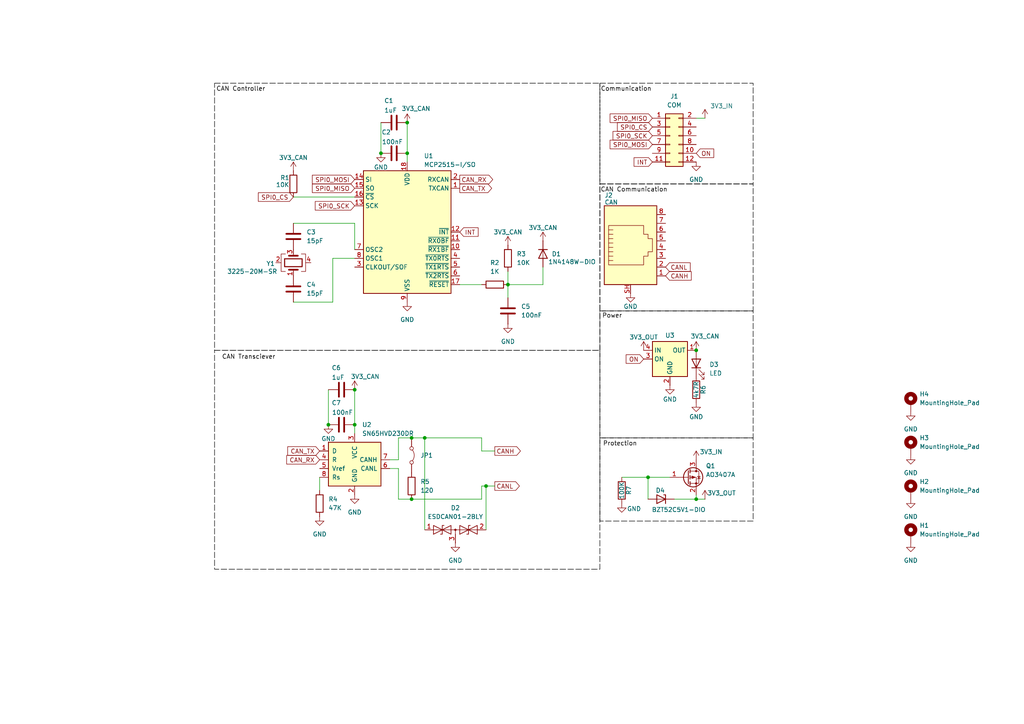
<source format=kicad_sch>
(kicad_sch (version 20250114) (generator "eeschema") (generator_version "9.0")
  (paper "A4")
  (title_block (title "CAN_Board") (date "2025-10-26") (rev "1.0") (company "PKl"))
  (lib_symbols
    (symbol "Connector:8P8C_Shielded" (pin_names (offset 1.016))
      (property "Reference" "J" (at -5.08 13.97 0))
      (property "Value" "8P8C_Shielded" (at 2.54 13.97 0))
      (symbol "8P8C_Shielded_0_1"
        (polyline (pts (xy -6.35 1.905) (xy -5.08 1.905) (xy -5.08 1.905)))
        (polyline (pts (xy -6.35 0.635) (xy -5.08 0.635) (xy -5.08 0.635)))
        (polyline (pts (xy -6.35 -0.635) (xy -5.08 -0.635) (xy -5.08 -0.635)))
        (polyline (pts (xy -6.35 -1.905) (xy -5.08 -1.905) (xy -5.08 -1.905)))
        (polyline (pts (xy -6.35 -3.175) (xy -5.08 -3.175) (xy -5.08 -3.175)))
        (polyline (pts (xy -6.35 -4.445) (xy -6.35 6.985) (xy 3.81 6.985) (xy 3.81 4.445) (xy 5.08 4.445) (xy 5.08 3.175) (xy 6.35 3.175) (xy 6.35 -0.635) (xy 5.08 -0.635) (xy 5.08 -1.905) (xy 3.81 -1.905) (xy 3.81 -4.445) (xy -6.35 -4.445) (xy -6.35 -4.445)))
        (polyline (pts (xy -5.08 5.715) (xy -6.35 5.715)))
        (polyline (pts (xy -5.08 4.445) (xy -6.35 4.445)))
        (polyline (pts (xy -5.08 3.175) (xy -6.35 3.175) (xy -6.35 3.175)))
        (rectangle (start 7.62 12.7) (end -7.62 -10.16) (stroke (width 0.254)) (fill (type background)))
      )
      (symbol "8P8C_Shielded_1_1"
        (pin passive line (at 0 -12.7 90) (length 2.54) (name "~") (number "SH"))
        (pin passive line (at 10.16 10.16 180) (length 2.54) (name "~") (number "8"))
        (pin passive line (at 10.16 7.62 180) (length 2.54) (name "~") (number "7"))
        (pin passive line (at 10.16 5.08 180) (length 2.54) (name "~") (number "6"))
        (pin passive line (at 10.16 2.54 180) (length 2.54) (name "~") (number "5"))
        (pin passive line (at 10.16 0 180) (length 2.54) (name "~") (number "4"))
        (pin passive line (at 10.16 -2.54 180) (length 2.54) (name "~") (number "3"))
        (pin passive line (at 10.16 -5.08 180) (length 2.54) (name "~") (number "2"))
        (pin passive line (at 10.16 -7.62 180) (length 2.54) (name "~") (number "1"))
      )
    )
    (symbol "Connector_Generic:Conn_02x06_Odd_Even" (pin_names (offset 1.016) (hide yes))
      (property "Reference" "J" (at 1.27 7.62 0))
      (property "Value" "Conn_02x06_Odd_Even" (at 1.27 -10.16 0))
      (symbol "Conn_02x06_Odd_Even_1_1"
        (rectangle (start -1.27 6.35) (end 3.81 -8.89) (stroke (width 0.254)) (fill (type background)))
        (rectangle (start -1.27 5.207) (end 0 4.953) (stroke (width 0.1524)))
        (rectangle (start -1.27 2.667) (end 0 2.413) (stroke (width 0.1524)))
        (rectangle (start -1.27 0.127) (end 0 -0.127) (stroke (width 0.1524)))
        (rectangle (start -1.27 -2.413) (end 0 -2.667) (stroke (width 0.1524)))
        (rectangle (start -1.27 -4.953) (end 0 -5.207) (stroke (width 0.1524)))
        (rectangle (start -1.27 -7.493) (end 0 -7.747) (stroke (width 0.1524)))
        (rectangle (start 3.81 5.207) (end 2.54 4.953) (stroke (width 0.1524)))
        (rectangle (start 3.81 2.667) (end 2.54 2.413) (stroke (width 0.1524)))
        (rectangle (start 3.81 0.127) (end 2.54 -0.127) (stroke (width 0.1524)))
        (rectangle (start 3.81 -2.413) (end 2.54 -2.667) (stroke (width 0.1524)))
        (rectangle (start 3.81 -4.953) (end 2.54 -5.207) (stroke (width 0.1524)))
        (rectangle (start 3.81 -7.493) (end 2.54 -7.747) (stroke (width 0.1524)))
        (pin passive line (at -5.08 5.08 0) (length 3.81) (name "Pin_1") (number "1"))
        (pin passive line (at -5.08 2.54 0) (length 3.81) (name "Pin_3") (number "3"))
        (pin passive line (at -5.08 0 0) (length 3.81) (name "Pin_5") (number "5"))
        (pin passive line (at -5.08 -2.54 0) (length 3.81) (name "Pin_7") (number "7"))
        (pin passive line (at -5.08 -5.08 0) (length 3.81) (name "Pin_9") (number "9"))
        (pin passive line (at -5.08 -7.62 0) (length 3.81) (name "Pin_11") (number "11"))
        (pin passive line (at 7.62 5.08 180) (length 3.81) (name "Pin_2") (number "2"))
        (pin passive line (at 7.62 2.54 180) (length 3.81) (name "Pin_4") (number "4"))
        (pin passive line (at 7.62 0 180) (length 3.81) (name "Pin_6") (number "6"))
        (pin passive line (at 7.62 -2.54 180) (length 3.81) (name "Pin_8") (number "8"))
        (pin passive line (at 7.62 -5.08 180) (length 3.81) (name "Pin_10") (number "10"))
        (pin passive line (at 7.62 -7.62 180) (length 3.81) (name "Pin_12") (number "12"))
      )
    )
    (symbol "Device:C" (pin_numbers (hide yes)) (pin_names (offset 0.254))
      (property "Reference" "C" (at 0.635 2.54 0))
      (property "Value" "C" (at 0.635 -2.54 0))
      (symbol "C_0_1"
        (polyline (pts (xy -2.032 0.762) (xy 2.032 0.762)) (stroke (width 0.508)))
        (polyline (pts (xy -2.032 -0.762) (xy 2.032 -0.762)) (stroke (width 0.508)))
      )
      (symbol "C_1_1"
        (pin passive line (at 0 3.81 270) (length 2.794) (name "~") (number "1"))
        (pin passive line (at 0 -3.81 90) (length 2.794) (name "~") (number "2"))
      )
    )
    (symbol "Device:Crystal_GND24" (pin_names (offset 1.016) (hide yes))
      (property "Reference" "Y" (at 3.175 5.08 0))
      (property "Value" "Crystal_GND24" (at 3.175 3.175 0))
      (symbol "Crystal_GND24_0_1"
        (polyline (pts (xy -2.54 2.286) (xy -2.54 3.556) (xy 2.54 3.556) (xy 2.54 2.286)))
        (polyline (pts (xy -2.54 0) (xy -2.032 0)))
        (polyline (pts (xy -2.54 -2.286) (xy -2.54 -3.556) (xy 2.54 -3.556) (xy 2.54 -2.286)))
        (polyline (pts (xy -2.032 -1.27) (xy -2.032 1.27)) (stroke (width 0.508)))
        (rectangle (start -1.143 2.54) (end 1.143 -2.54) (stroke (width 0.3048)))
        (polyline (pts (xy 0 3.556) (xy 0 3.81)))
        (polyline (pts (xy 0 -3.81) (xy 0 -3.556)))
        (polyline (pts (xy 2.032 0) (xy 2.54 0)))
        (polyline (pts (xy 2.032 -1.27) (xy 2.032 1.27)) (stroke (width 0.508)))
      )
      (symbol "Crystal_GND24_1_1"
        (pin passive line (at -3.81 0 0) (length 1.27) (name "1") (number "1"))
        (pin passive line (at 0 5.08 270) (length 1.27) (name "2") (number "2"))
        (pin passive line (at 0 -5.08 90) (length 1.27) (name "4") (number "4"))
        (pin passive line (at 3.81 0 180) (length 1.27) (name "3") (number "3"))
      )
    )
    (symbol "Device:LED" (pin_numbers (hide yes)) (pin_names (offset 1.016) (hide yes))
      (property "Reference" "D" (at 0 2.54 0))
      (property "Value" "LED" (at 0 -2.54 0))
      (symbol "LED_0_1"
        (polyline (pts (xy -3.048 -0.762) (xy -4.572 -2.286) (xy -3.81 -2.286) (xy -4.572 -2.286) (xy -4.572 -1.524)))
        (polyline (pts (xy -1.778 -0.762) (xy -3.302 -2.286) (xy -2.54 -2.286) (xy -3.302 -2.286) (xy -3.302 -1.524)))
        (polyline (pts (xy -1.27 0) (xy 1.27 0)))
        (polyline (pts (xy -1.27 -1.27) (xy -1.27 1.27)) (stroke (width 0.254)))
        (polyline (pts (xy 1.27 -1.27) (xy 1.27 1.27) (xy -1.27 0) (xy 1.27 -1.27)) (stroke (width 0.254)))
      )
      (symbol "LED_1_1"
        (pin passive line (at -3.81 0 0) (length 2.54) (name "K") (number "1"))
        (pin passive line (at 3.81 0 180) (length 2.54) (name "A") (number "2"))
      )
    )
    (symbol "Device:R" (pin_numbers (hide yes)) (pin_names (offset 0))
      (property "Reference" "R" (at 2.032 0 90))
      (property "Value" "R" (at 0 0 90))
      (symbol "R_0_1"
        (rectangle (start -1.016 -2.54) (end 1.016 2.54) (stroke (width 0.254)))
      )
      (symbol "R_1_1"
        (pin passive line (at 0 3.81 270) (length 1.27) (name "~") (number "1"))
        (pin passive line (at 0 -3.81 90) (length 1.27) (name "~") (number "2"))
      )
    )
    (symbol "Diode:1N4148W" (pin_numbers (hide yes)) (pin_names (hide yes))
      (property "Reference" "D" (at 0 2.54 0))
      (property "Value" "1N4148W" (at 0 -2.54 0))
      (symbol "1N4148W_0_1"
        (polyline (pts (xy -1.27 1.27) (xy -1.27 -1.27)) (stroke (width 0.254)))
        (polyline (pts (xy 1.27 1.27) (xy 1.27 -1.27) (xy -1.27 0) (xy 1.27 1.27)) (stroke (width 0.254)))
        (polyline (pts (xy 1.27 0) (xy -1.27 0)))
      )
      (symbol "1N4148W_1_1"
        (pin passive line (at -3.81 0 0) (length 2.54) (name "K") (number "1"))
        (pin passive line (at 3.81 0 180) (length 2.54) (name "A") (number "2"))
      )
    )
    (symbol "Diode:BZT52Bxx" (pin_numbers (hide yes)) (pin_names (hide yes))
      (property "Reference" "D" (at 0 2.54 0))
      (property "Value" "BZT52Bxx" (at 0 -2.54 0))
      (symbol "BZT52Bxx_0_1"
        (polyline (pts (xy -1.27 -1.27) (xy -1.27 1.27) (xy -0.762 1.27)) (stroke (width 0.254)))
        (polyline (pts (xy 1.27 0) (xy -1.27 0)))
        (polyline (pts (xy 1.27 -1.27) (xy 1.27 1.27) (xy -1.27 0) (xy 1.27 -1.27)) (stroke (width 0.254)))
      )
      (symbol "BZT52Bxx_1_1"
        (pin passive line (at -3.81 0 0) (length 2.54) (name "K") (number "1"))
        (pin passive line (at 3.81 0 180) (length 2.54) (name "A") (number "2"))
      )
    )
    (symbol "Diode:SM712_SOT23" (pin_names (offset 1.016) (hide yes))
      (property "Reference" "D" (at 0 4.445 0))
      (property "Value" "SM712_SOT23" (at 0 2.54 0))
      (symbol "SM712_SOT23_0_0"
        (polyline (pts (xy 0 -1.27) (xy 0 0)))
      )
      (symbol "SM712_SOT23_0_1"
        (polyline (pts (xy -6.35 0) (xy 6.35 0)))
        (polyline (pts (xy -6.35 -1.27) (xy -1.27 1.27) (xy -1.27 -1.27) (xy -6.35 1.27) (xy -6.35 -1.27)) (stroke (width 0.2032)))
        (polyline (pts (xy -3.302 1.27) (xy -3.81 1.27) (xy -3.81 -1.27) (xy -4.318 -1.27)) (stroke (width 0.2032)))
        (circle (center 0 0) (radius 0.254) (fill (type outline)))
        (polyline (pts (xy 1.27 -1.27) (xy 1.27 1.27) (xy 6.35 -1.27) (xy 6.35 1.27) (xy 1.27 -1.27)) (stroke (width 0.2032)))
        (polyline (pts (xy 4.318 1.27) (xy 3.81 1.27) (xy 3.81 -1.27) (xy 3.302 -1.27)) (stroke (width 0.2032)))
      )
      (symbol "SM712_SOT23_1_1"
        (pin passive line (at -8.89 0 0) (length 2.54) (name "A1") (number "1"))
        (pin input line (at 0 -3.81 90) (length 2.54) (name "common") (number "3"))
        (pin passive line (at 8.89 0 180) (length 2.54) (name "A2") (number "2"))
      )
    )
    (symbol "Interface_CAN_LIN:MCP2515-xSO"
      (property "Reference" "U" (at -10.16 19.685 0))
      (property "Value" "MCP2515-xSO" (at 19.05 20.32 0))
      (symbol "MCP2515-xSO_0_1"
        (rectangle (start -12.7 17.78) (end 12.7 -17.78) (stroke (width 0.254)) (fill (type background)))
      )
      (symbol "MCP2515-xSO_1_1"
        (pin input line (at -15.24 15.24 0) (length 2.54) (name "SI") (number "14"))
        (pin output line (at -15.24 12.7 0) (length 2.54) (name "SO") (number "15"))
        (pin input line (at -15.24 10.16 0) (length 2.54) (name "~{CS}") (number "16"))
        (pin input line (at -15.24 7.62 0) (length 2.54) (name "SCK") (number "13"))
        (pin output line (at -15.24 -5.08 0) (length 2.54) (name "OSC2") (number "7"))
        (pin input line (at -15.24 -7.62 0) (length 2.54) (name "OSC1") (number "8"))
        (pin output line (at -15.24 -10.16 0) (length 2.54) (name "CLKOUT/SOF") (number "3"))
        (pin power_in line (at 0 20.32 270) (length 2.54) (name "VDD") (number "18"))
        (pin power_in line (at 0 -20.32 90) (length 2.54) (name "VSS") (number "9"))
        (pin input line (at 15.24 15.24 180) (length 2.54) (name "RXCAN") (number "2"))
        (pin output line (at 15.24 12.7 180) (length 2.54) (name "TXCAN") (number "1"))
        (pin output line (at 15.24 0 180) (length 2.54) (name "~{INT}") (number "12"))
        (pin output line (at 15.24 -2.54 180) (length 2.54) (name "~{RX0BF}") (number "11"))
        (pin output line (at 15.24 -5.08 180) (length 2.54) (name "~{RX1BF}") (number "10"))
        (pin input line (at 15.24 -7.62 180) (length 2.54) (name "~{TX0RTS}") (number "4"))
        (pin input line (at 15.24 -10.16 180) (length 2.54) (name "~{TX1RTS}") (number "5"))
        (pin input line (at 15.24 -12.7 180) (length 2.54) (name "~{TX2RTS}") (number "6"))
        (pin input line (at 15.24 -15.24 180) (length 2.54) (name "~{RESET}") (number "17"))
      )
    )
    (symbol "Interface_CAN_LIN:SN65HVD230" (pin_names (offset 1.016))
      (property "Reference" "U" (at -2.54 10.16 0))
      (property "Value" "SN65HVD230" (at -2.54 7.62 0))
      (symbol "SN65HVD230_0_1"
        (rectangle (start -7.62 5.08) (end 7.62 -7.62) (stroke (width 0.254)) (fill (type background)))
      )
      (symbol "SN65HVD230_1_1"
        (pin input line (at -10.16 2.54 0) (length 2.54) (name "D") (number "1"))
        (pin output line (at -10.16 0 0) (length 2.54) (name "R") (number "4"))
        (pin output line (at -10.16 -2.54 0) (length 2.54) (name "Vref") (number "5"))
        (pin input line (at -10.16 -5.08 0) (length 2.54) (name "Rs") (number "8"))
        (pin power_in line (at 0 7.62 270) (length 2.54) (name "VCC") (number "3"))
        (pin power_in line (at 0 -10.16 90) (length 2.54) (name "GND") (number "2"))
        (pin bidirectional line (at 10.16 0 180) (length 2.54) (name "CANH") (number "7"))
        (pin bidirectional line (at 10.16 -2.54 180) (length 2.54) (name "CANL") (number "6"))
      )
    )
    (symbol "Jumper:Jumper_2_Bridged" (pin_numbers (hide yes)) (pin_names (offset 0) (hide yes))
      (property "Reference" "JP" (at 0 1.905 0))
      (property "Value" "Jumper_2_Bridged" (at 0 -2.54 0))
      (symbol "Jumper_2_Bridged_0_0"
        (circle (center -2.032 0) (radius 0.508))
        (circle (center 2.032 0) (radius 0.508))
      )
      (symbol "Jumper_2_Bridged_0_1"
        (arc (start -1.524 0.254) (mid 0 0.762) (end 1.524 0.254))
      )
      (symbol "Jumper_2_Bridged_1_1"
        (pin passive line (at -5.08 0 0) (length 2.54) (name "A") (number "1"))
        (pin passive line (at 5.08 0 180) (length 2.54) (name "B") (number "2"))
      )
    )
    (symbol "Mechanical:MountingHole_Pad" (pin_numbers (hide yes)) (pin_names (offset 1.016) (hide yes)) (in_bom no)
      (property "Reference" "H" (at 0 6.35 0))
      (property "Value" "MountingHole_Pad" (at 0 4.445 0))
      (symbol "MountingHole_Pad_0_1"
        (circle (center 0 1.27) (radius 1.27) (stroke (width 1.27)))
      )
      (symbol "MountingHole_Pad_1_1"
        (pin input line (at 0 -2.54 90) (length 2.54) (name "1") (number "1"))
      )
    )
    (symbol "Power_Management:SiP32431DR3"
      (property "Reference" "U" (at 0 8.89 0))
      (property "Value" "SiP32431DR3" (at 0 6.35 0))
      (symbol "SiP32431DR3_0_1"
        (rectangle (start -5.08 5.08) (end 5.08 -5.08) (stroke (width 0.254)) (fill (type background)))
      )
      (symbol "SiP32431DR3_1_1"
        (pin passive line (at -7.62 2.54 0) (length 2.54) (name "IN") (number "4"))
        (pin input line (at -7.62 0 0) (length 2.54) (name "ON") (number "3"))
        (pin power_in line (at 0 -7.62 90) (length 2.54) (name "GND") (number "2"))
        (pin passive line (at 0 -7.62 90) (length 2.54) (hide yes) (name "GND") (number "5"))
        (pin no_connect line (at 5.08 0 180) (length 2.54) (hide yes) (name "NC") (number "6"))
        (pin passive line (at 7.62 2.54 180) (length 2.54) (name "OUT") (number "1"))
      )
    )
    (symbol "Transistor_FET:AO3401A" (pin_names (hide yes))
      (property "Reference" "Q" (at 5.08 1.905 0))
      (property "Value" "AO3401A" (at 5.08 0 0))
      (symbol "AO3401A_0_1"
        (polyline (pts (xy 0.254 1.905) (xy 0.254 -1.905)) (stroke (width 0.254)))
        (polyline (pts (xy 0.254 0) (xy -2.54 0)))
        (polyline (pts (xy 0.762 2.286) (xy 0.762 1.27)) (stroke (width 0.254)))
        (polyline (pts (xy 0.762 1.778) (xy 3.302 1.778) (xy 3.302 -1.778) (xy 0.762 -1.778)))
        (polyline (pts (xy 0.762 0.508) (xy 0.762 -0.508)) (stroke (width 0.254)))
        (polyline (pts (xy 0.762 -1.27) (xy 0.762 -2.286)) (stroke (width 0.254)))
        (circle (center 1.651 0) (radius 2.794) (stroke (width 0.254)))
        (polyline (pts (xy 2.286 0) (xy 1.27 0.381) (xy 1.27 -0.381) (xy 2.286 0)) (fill (type outline)))
        (polyline (pts (xy 2.54 2.54) (xy 2.54 1.778)))
        (circle (center 2.54 1.778) (radius 0.254) (fill (type outline)))
        (circle (center 2.54 -1.778) (radius 0.254) (fill (type outline)))
        (polyline (pts (xy 2.54 -2.54) (xy 2.54 0) (xy 0.762 0)))
        (polyline (pts (xy 2.794 -0.508) (xy 2.921 -0.381) (xy 3.683 -0.381) (xy 3.81 -0.254)))
        (polyline (pts (xy 3.302 -0.381) (xy 2.921 0.254) (xy 3.683 0.254) (xy 3.302 -0.381)))
      )
      (symbol "AO3401A_1_1"
        (pin input line (at -5.08 0 0) (length 2.54) (name "G") (number "1"))
        (pin passive line (at 2.54 5.08 270) (length 2.54) (name "D") (number "3"))
        (pin passive line (at 2.54 -5.08 90) (length 2.54) (name "S") (number "2"))
      )
    )
    (symbol "power:+3.3V" (power) (pin_numbers (hide yes)) (pin_names (offset 0) (hide yes))
      (property "Value" "+3.3V" (at 0 3.556 0))
      (symbol "+3.3V_0_1"
        (polyline (pts (xy -0.762 1.27) (xy 0 2.54)))
        (polyline (pts (xy 0 2.54) (xy 0.762 1.27)))
        (polyline (pts (xy 0 0) (xy 0 2.54)))
      )
      (symbol "+3.3V_1_1"
        (pin power_in line (at 0 0 90) (length 0) (name "~") (number "1"))
      )
    )
    (symbol "power:GND" (power) (pin_numbers (hide yes)) (pin_names (offset 0) (hide yes))
      (property "Value" "GND" (at 0 -3.81 0))
      (symbol "GND_0_1"
        (polyline (pts (xy 0 0) (xy 0 -1.27) (xy 1.27 -1.27) (xy 0 -2.54) (xy -1.27 -1.27) (xy 0 -1.27)))
      )
      (symbol "GND_1_1"
        (pin power_in line (at 0 0 270) (length 0) (name "~") (number "1"))
      )
    )
  )
  (rectangle (start 173.99 53.34) (end 218.44 90.17) (stroke (width 0) (type dash) (color 0 0 0 1)))
  (rectangle (start 62.23 24.13) (end 173.99 101.6) (stroke (width 0) (type dash) (color 0 0 0 1)))
  (rectangle (start 173.99 90.17) (end 218.44 127) (stroke (width 0) (type dash) (color 0 0 0 1)))
  (rectangle (start 173.99 24.13) (end 218.44 53.34) (stroke (width 0) (type dash) (color 0 0 0 1)))
  (rectangle (start 173.99 127) (end 218.44 151.13) (stroke (width 0) (type dash) (color 0 0 0 1)))
  (rectangle (start 62.23 101.6) (end 173.99 165.1) (stroke (width 0) (type dash) (color 0 0 0 1)))
  (text "CAN Controller" (at 69.85 25.908 0) (effects (font (size 1.27 1.27))))
  (text "Communication" (at 181.61 25.908 0) (effects (font (size 1.27 1.27))))
  (text "CAN Communication" (at 183.896 55.118 0) (effects (font (size 1.27 1.27))))
  (text "CAN Transciever" (at 72.136 103.632 0) (effects (font (size 1.27 1.27))))
  (text "Protection" (at 179.832 128.778 0) (effects (font (size 1.27 1.27))))
  (text "Power" (at 177.546 91.694 0) (effects (font (size 1.27 1.27))))
  (junction (at 201.93 144.78))
  (junction (at 118.11 35.56))
  (junction (at 119.38 144.78))
  (junction (at 102.87 123.19))
  (junction (at 102.87 113.03))
  (junction (at 201.93 101.6))
  (junction (at 119.38 127))
  (junction (at 118.11 44.45))
  (junction (at 140.97 140.97))
  (junction (at 123.19 127))
  (junction (at 110.49 44.45))
  (junction (at 95.25 123.19))
  (junction (at 147.32 82.55))
  (junction (at 187.96 138.43))
  (wire (pts (xy 119.38 144.78) (xy 139.7 144.78)))
  (wire (pts (xy 113.03 133.35) (xy 115.57 133.35)))
  (wire (pts (xy 140.97 140.97) (xy 140.97 153.67)))
  (wire (pts (xy 140.97 140.97) (xy 143.51 140.97)))
  (wire (pts (xy 102.87 113.03) (xy 102.87 123.19)))
  (wire (pts (xy 187.96 138.43) (xy 187.96 144.78)))
  (wire (pts (xy 115.57 127) (xy 115.57 133.35)))
  (wire (pts (xy 85.09 64.77) (xy 102.87 64.77)))
  (wire (pts (xy 115.57 127) (xy 119.38 127)))
  (wire (pts (xy 85.09 57.15) (xy 102.87 57.15)))
  (wire (pts (xy 115.57 144.78) (xy 119.38 144.78)))
  (wire (pts (xy 92.71 138.43) (xy 92.71 142.24)))
  (wire (pts (xy 119.38 127) (xy 123.19 127)))
  (wire (pts (xy 102.87 123.19) (xy 102.87 125.73)))
  (wire (pts (xy 95.25 113.03) (xy 95.25 123.19)))
  (wire (pts (xy 201.93 144.78) (xy 204.47 144.78)))
  (wire (pts (xy 201.93 143.51) (xy 201.93 144.78)))
  (wire (pts (xy 147.32 78.74) (xy 147.32 82.55)))
  (wire (pts (xy 187.96 138.43) (xy 194.31 138.43)))
  (wire (pts (xy 110.49 35.56) (xy 110.49 44.45)))
  (wire (pts (xy 147.32 82.55) (xy 147.32 86.36)))
  (wire (pts (xy 118.11 35.56) (xy 118.11 44.45)))
  (wire (pts (xy 118.11 44.45) (xy 118.11 46.99)))
  (wire (pts (xy 133.35 82.55) (xy 139.7 82.55)))
  (wire (pts (xy 102.87 74.93) (xy 96.52 74.93)))
  (wire (pts (xy 157.48 82.55) (xy 157.48 77.47)))
  (wire (pts (xy 139.7 144.78) (xy 139.7 140.97)))
  (wire (pts (xy 123.19 127) (xy 139.7 127)))
  (wire (pts (xy 113.03 135.89) (xy 115.57 135.89)))
  (wire (pts (xy 139.7 140.97) (xy 140.97 140.97)))
  (wire (pts (xy 123.19 127) (xy 123.19 153.67)))
  (wire (pts (xy 96.52 87.63) (xy 85.09 87.63)))
  (wire (pts (xy 96.52 74.93) (xy 96.52 87.63)))
  (wire (pts (xy 139.7 130.81) (xy 143.51 130.81)))
  (wire (pts (xy 180.34 138.43) (xy 187.96 138.43)))
  (wire (pts (xy 139.7 127) (xy 139.7 130.81)))
  (wire (pts (xy 204.47 34.29) (xy 201.93 34.29)))
  (wire (pts (xy 115.57 135.89) (xy 115.57 144.78)))
  (wire (pts (xy 102.87 64.77) (xy 102.87 72.39)))
  (wire (pts (xy 147.32 82.55) (xy 157.48 82.55)))
  (wire (pts (xy 195.58 144.78) (xy 201.93 144.78)))
  (global_label "INT" (shape input) (at 189.23 46.99 180) (property "Intersheetrefs" "${INTERSHEET_REFS}" (effects (hide yes))))
  (global_label "CAN_TX" (shape input) (at 92.71 130.81 180) (property "Intersheetrefs" "${INTERSHEET_REFS}" (effects (hide yes))))
  (global_label "SPI0_SCK" (shape input) (at 189.23 39.37 180) (property "Intersheetrefs" "${INTERSHEET_REFS}" (effects (hide yes))))
  (global_label "CANH" (shape output) (at 143.51 130.81 0) (property "Intersheetrefs" "${INTERSHEET_REFS}" (effects (hide yes))))
  (global_label "SPI0_MISO" (shape input) (at 189.23 34.29 180) (property "Intersheetrefs" "${INTERSHEET_REFS}" (effects (hide yes))))
  (global_label "CANH" (shape input) (at 193.04 80.01 0) (property "Intersheetrefs" "${INTERSHEET_REFS}" (effects (hide yes))))
  (global_label "CAN_RX" (shape output) (at 133.35 52.07 0) (property "Intersheetrefs" "${INTERSHEET_REFS}" (effects (hide yes))))
  (global_label "SPI0_MISO" (shape input) (at 102.87 54.61 180) (property "Intersheetrefs" "${INTERSHEET_REFS}" (effects (hide yes))))
  (global_label "CANL" (shape input) (at 193.04 77.47 0) (property "Intersheetrefs" "${INTERSHEET_REFS}" (effects (hide yes))))
  (global_label "ON" (shape input) (at 186.69 104.14 180) (property "Intersheetrefs" "${INTERSHEET_REFS}" (effects (hide yes))))
  (global_label "SPI0_MOSI" (shape input) (at 102.87 52.07 180) (property "Intersheetrefs" "${INTERSHEET_REFS}" (effects (hide yes))))
  (global_label "SPI0_CS" (shape input) (at 85.09 57.15 180) (property "Intersheetrefs" "${INTERSHEET_REFS}" (effects (hide yes))))
  (global_label "SPI0_MOSI" (shape input) (at 189.23 41.91 180) (property "Intersheetrefs" "${INTERSHEET_REFS}" (effects (hide yes))))
  (global_label "CAN_RX" (shape input) (at 92.71 133.35 180) (property "Intersheetrefs" "${INTERSHEET_REFS}" (effects (hide yes))))
  (global_label "ON" (shape input) (at 201.93 44.45 0) (property "Intersheetrefs" "${INTERSHEET_REFS}" (effects (hide yes))))
  (global_label "CANL" (shape output) (at 143.51 140.97 0) (property "Intersheetrefs" "${INTERSHEET_REFS}" (effects (hide yes))))
  (global_label "INT" (shape input) (at 133.35 67.31 0) (property "Intersheetrefs" "${INTERSHEET_REFS}" (effects (hide yes))))
  (global_label "SPI0_SCK" (shape input) (at 102.87 59.69 180) (property "Intersheetrefs" "${INTERSHEET_REFS}" (effects (hide yes))))
  (global_label "SPI0_CS" (shape input) (at 189.23 36.83 180) (property "Intersheetrefs" "${INTERSHEET_REFS}" (effects (hide yes))))
  (global_label "CAN_TX" (shape output) (at 133.35 54.61 0) (property "Intersheetrefs" "${INTERSHEET_REFS}" (effects (hide yes))))
  (symbol (lib_id "Power_Management:SiP32431DR3") (at 194.31 104.14 0) (unit 1)
    (property "Reference" "U3" (at 194.31 97.282 0))
    (property "Value" "SIP32431DR3-T1GE3" (effects (hide yes)))
    (property "Footprint" "Package_TO_SOT_SMD:SOT-363_SC-70-6" (effects (hide yes)))
    (property "Datasheet" "http://www.vishay.com.hk/docs/66597/sip32431.pdf" (effects (hide yes)))
    (property "Description" "10 pA, Ultra Low Leakage and Quiescent Current, Load Switch with Reverse Blocking, High Enable, SC-70-6" (effects (hide yes)))
  )
  (symbol (lib_id "Device:R") (at 92.71 146.05 0) (unit 1)
    (property "Reference" "R4" (at 95.25 144.7799 0) (effects (justify left)))
    (property "Value" "47K" (at 95.25 147.3199 0) (effects (justify left)))
    (property "Footprint" "Resistor_SMD:R_0805_2012Metric" (effects (hide yes)))
    (property "Description" "Resistor" (effects (hide yes)))
  )
  (symbol (lib_id "power:GND") (at 264.16 144.78 0) (unit 1)
    (property "Reference" "#PWR077" (effects (hide yes)))
    (property "Value" "GND" (at 264.16 149.86 0))
    (property "Description" "Power symbol creates a global label with name \"GND\" , ground" (effects (hide yes)))
  )
  (symbol (lib_id "power:GND") (at 95.25 123.19 0) (unit 1)
    (property "Reference" "#PWR014" (effects (hide yes)))
    (property "Value" "GND" (at 95.25 127.254 0))
    (property "Description" "Power symbol creates a global label with name \"GND\" , ground" (effects (hide yes)))
  )
  (symbol (lib_id "Diode:BZT52Bxx") (at 191.77 144.78 0) (mirror y) (unit 1)
    (property "Reference" "D4" (at 191.516 142.24 0))
    (property "Value" "BZT52C5V1-DIO" (at 196.85 147.828 0))
    (property "Footprint" "Diode_SMD:D_SOD-123F" (effects (hide yes)))
    (property "Datasheet" "https://diotec.com/tl_files/diotec/files/pdf/datasheets/bzt52b2v4.pdf" (effects (hide yes)))
    (property "Description" "500mW Zener Diode, SOD-123F" (effects (hide yes)))
  )
  (symbol (lib_id "power:GND") (at 102.87 143.51 0) (unit 1)
    (property "Reference" "#PWR012" (effects (hide yes)))
    (property "Value" "GND" (at 102.87 148.59 0))
    (property "Description" "Power symbol creates a global label with name \"GND\" , ground" (effects (hide yes)))
  )
  (symbol (lib_id "Device:R") (at 180.34 142.24 180) (unit 1)
    (property "Reference" "R7" (at 182.372 142.24 90))
    (property "Value" "100K" (at 180.34 142.24 90))
    (property "Footprint" "Resistor_SMD:R_0805_2012Metric" (effects (hide yes)))
    (property "Description" "Resistor" (effects (hide yes)))
  )
  (symbol (lib_id "Device:C") (at 114.3 44.45 270) (unit 1)
    (property "Reference" "C2" (at 112.014 38.354 90))
    (property "Value" "100nF" (at 113.792 41.148 90))
    (property "Footprint" "Capacitor_SMD:C_0805_2012Metric" (effects (hide yes)))
    (property "Description" "Unpolarized capacitor" (effects (hide yes)))
  )
  (symbol (lib_id "power:+3.3V") (at 201.93 133.35 0) (unit 1)
    (property "Reference" "#PWR0101" (effects (hide yes)))
    (property "Value" "3V3_IN" (at 206.248 131.064 0))
    (property "Description" "Power symbol creates a global label with name \"+3.3V\"" (effects (hide yes)))
  )
  (symbol (lib_id "Mechanical:MountingHole_Pad") (at 264.16 116.84 0) (unit 1) (in_bom no)
    (property "Reference" "H4" (at 266.7 114.2999 0) (effects (justify left)))
    (property "Value" "MountingHole_Pad" (at 266.7 116.8399 0) (effects (justify left)))
    (property "Footprint" "MountingHole:MountingHole_3.2mm_M3_DIN965_Pad" (effects (hide yes)))
    (property "Description" "Mounting Hole with connection" (effects (hide yes)))
  )
  (symbol (lib_id "power:+3.3V") (at 85.09 49.53 0) (unit 1)
    (property "Reference" "#PWR017" (effects (hide yes)))
    (property "Value" "3V3_CAN" (at 85.09 45.72 0))
    (property "Description" "Power symbol creates a global label with name \"+3.3V\"" (effects (hide yes)))
  )
  (symbol (lib_id "power:+3.3V") (at 102.87 113.03 0) (unit 1)
    (property "Reference" "#PWR011" (effects (hide yes)))
    (property "Value" "3V3_CAN" (at 105.918 109.22 0))
    (property "Description" "Power symbol creates a global label with name \"+3.3V\"" (effects (hide yes)))
  )
  (symbol (lib_id "Mechanical:MountingHole_Pad") (at 264.16 129.54 0) (unit 1) (in_bom no)
    (property "Reference" "H3" (at 266.7 126.9999 0) (effects (justify left)))
    (property "Value" "MountingHole_Pad" (at 266.7 129.5399 0) (effects (justify left)))
    (property "Footprint" "MountingHole:MountingHole_3.2mm_M3_DIN965_Pad" (effects (hide yes)))
    (property "Description" "Mounting Hole with connection" (effects (hide yes)))
  )
  (symbol (lib_id "power:GND") (at 264.16 157.48 0) (unit 1)
    (property "Reference" "#PWR078" (effects (hide yes)))
    (property "Value" "GND" (at 264.16 162.56 0))
    (property "Description" "Power symbol creates a global label with name \"GND\" , ground" (effects (hide yes)))
  )
  (symbol (lib_id "Device:R") (at 85.09 53.34 0) (unit 1)
    (property "Reference" "R1" (at 81.28 51.562 0) (effects (justify left)))
    (property "Value" "10K" (at 80.01 53.594 0) (effects (justify left)))
    (property "Footprint" "Resistor_SMD:R_0805_2012Metric" (effects (hide yes)))
    (property "Description" "Resistor" (effects (hide yes)))
  )
  (symbol (lib_id "power:GND") (at 264.16 119.38 0) (unit 1)
    (property "Reference" "#PWR0132" (effects (hide yes)))
    (property "Value" "GND" (at 264.16 124.46 0))
    (property "Description" "Power symbol creates a global label with name \"GND\" , ground" (effects (hide yes)))
  )
  (symbol (lib_id "power:+3.3V") (at 157.48 69.85 0) (unit 1)
    (property "Reference" "#PWR09" (effects (hide yes)))
    (property "Value" "3V3_CAN" (at 157.48 66.04 0))
    (property "Description" "Power symbol creates a global label with name \"+3.3V\"" (effects (hide yes)))
  )
  (symbol (lib_id "Jumper:Jumper_2_Bridged") (at 119.38 132.08 270) (unit 1)
    (property "Reference" "JP1" (at 121.92 132.0799 90) (effects (justify left)))
    (property "Value" "Jumper_2_Bridged" (effects (hide yes)))
    (property "Footprint" "Connector_PinHeader_2.54mm:PinHeader_1x02_P2.54mm_Vertical" (effects (hide yes)))
    (property "Description" "Jumper, 2-pole, closed/bridged" (effects (hide yes)))
  )
  (symbol (lib_id "power:GND") (at 118.11 87.63 0) (unit 1)
    (property "Reference" "#PWR06" (effects (hide yes)))
    (property "Value" "GND" (at 118.11 92.71 0))
    (property "Description" "Power symbol creates a global label with name \"GND\" , ground" (effects (hide yes)))
  )
  (symbol (lib_id "power:GND") (at 132.08 157.48 0) (unit 1)
    (property "Reference" "#PWR015" (effects (hide yes)))
    (property "Value" "GND" (at 132.08 162.56 0))
    (property "Description" "Power symbol creates a global label with name \"GND\" , ground" (effects (hide yes)))
  )
  (symbol (lib_id "power:GND") (at 147.32 93.98 0) (unit 1)
    (property "Reference" "#PWR08" (effects (hide yes)))
    (property "Value" "GND" (at 147.32 99.06 0))
    (property "Description" "Power symbol creates a global label with name \"GND\" , ground" (effects (hide yes)))
  )
  (symbol (lib_id "power:+3.3V") (at 204.47 34.29 0) (unit 1)
    (property "Reference" "#PWR03" (effects (hide yes)))
    (property "Value" "3V3_IN" (at 209.296 30.734 0))
    (property "Description" "Power symbol creates a global label with name \"+3.3V\"" (effects (hide yes)))
  )
  (symbol (lib_id "power:GND") (at 194.31 111.76 0) (unit 1)
    (property "Reference" "#PWR0117" (effects (hide yes)))
    (property "Value" "GND" (at 194.31 115.824 0))
    (property "Description" "Power symbol creates a global label with name \"GND\" , ground" (effects (hide yes)))
  )
  (symbol (lib_id "power:+3.3V") (at 201.93 101.6 0) (unit 1)
    (property "Reference" "#PWR0112" (effects (hide yes)))
    (property "Value" "3V3_CAN" (at 204.47 97.536 0))
    (property "Description" "Power symbol creates a global label with name \"+3.3V\"" (effects (hide yes)))
  )
  (symbol (lib_id "power:GND") (at 92.71 149.86 0) (unit 1)
    (property "Reference" "#PWR013" (effects (hide yes)))
    (property "Value" "GND" (at 92.71 154.94 0))
    (property "Description" "Power symbol creates a global label with name \"GND\" , ground" (effects (hide yes)))
  )
  (symbol (lib_id "Connector_Generic:Conn_02x06_Odd_Even") (at 194.31 39.37 0) (unit 1)
    (property "Reference" "J1" (at 195.58 27.94 0))
    (property "Value" "COM" (at 195.58 30.48 0))
    (property "Footprint" "Connector_PinHeader_2.54mm:PinHeader_2x06_P2.54mm_Vertical" (effects (hide yes)))
    (property "Description" "Generic connector, double row, 02x06, odd/even pin numbering scheme (row 1 odd numbers, row 2 even numbers), script generated (kicad-library-utils/schlib/autogen/connector/)" (effects (hide yes)))
  )
  (symbol (lib_id "Device:R") (at 201.93 113.03 180) (unit 1)
    (property "Reference" "R6" (at 203.962 113.03 90))
    (property "Value" "4k7R" (at 201.93 113.03 90))
    (property "Footprint" "Resistor_SMD:R_0805_2012Metric" (effects (hide yes)))
    (property "Description" "Resistor" (effects (hide yes)))
  )
  (symbol (lib_id "Mechanical:MountingHole_Pad") (at 264.16 142.24 0) (unit 1) (in_bom no)
    (property "Reference" "H2" (at 266.7 139.6999 0) (effects (justify left)))
    (property "Value" "MountingHole_Pad" (at 266.7 142.2399 0) (effects (justify left)))
    (property "Footprint" "MountingHole:MountingHole_3.2mm_M3_DIN965_Pad" (effects (hide yes)))
    (property "Description" "Mounting Hole with connection" (effects (hide yes)))
  )
  (symbol (lib_id "Transistor_FET:AO3401A") (at 199.39 138.43 0) (unit 1)
    (property "Reference" "Q1" (at 204.724 135.128 0) (effects (justify left)))
    (property "Value" "AO3407A" (at 204.724 137.668 0) (effects (justify left)))
    (property "Footprint" "Package_TO_SOT_SMD:SOT-23" (effects (hide yes)))
    (property "Datasheet" "http://www.aosmd.com/pdfs/datasheet/AO3401A.pdf" (effects (hide yes)))
    (property "Description" "-4.0A Id, -30V Vds, P-Channel MOSFET, SOT-23" (effects (hide yes)))
  )
  (symbol (lib_id "Device:C") (at 147.32 90.17 0) (unit 1)
    (property "Reference" "C5" (at 151.13 88.8999 0) (effects (justify left)))
    (property "Value" "100nF" (at 151.13 91.4399 0) (effects (justify left)))
    (property "Footprint" "Capacitor_SMD:C_0805_2012Metric" (effects (hide yes)))
    (property "Description" "Unpolarized capacitor" (effects (hide yes)))
  )
  (symbol (lib_id "Diode:1N4148W") (at 157.48 73.66 270) (unit 1)
    (property "Reference" "D1" (at 160.02 73.66 90) (effects (justify left)))
    (property "Value" "1N4148W-DIO" (at 159.004 75.946 90) (effects (justify left)))
    (property "Footprint" "Diode_SMD:D_SOD-123F" (effects (hide yes)))
    (property "Datasheet" "https://www.vishay.com/docs/85748/1n4148w.pdf" (effects (hide yes)))
    (property "Description" "75V 0.15A Fast Switching Diode, SOD-123" (effects (hide yes)))
    (property "Sim.Device" "D" (effects (hide yes)))
    (property "Sim.Pins" "1=K 2=A" (effects (hide yes)))
  )
  (symbol (lib_id "power:GND") (at 182.88 85.09 0) (unit 1)
    (property "Reference" "#PWR01" (effects (hide yes)))
    (property "Value" "GND" (at 182.88 88.9 0))
    (property "Description" "Power symbol creates a global label with name \"GND\" , ground" (effects (hide yes)))
  )
  (symbol (lib_id "Interface_CAN_LIN:MCP2515-xSO") (at 118.11 67.31 0) (unit 1)
    (property "Reference" "U1" (at 122.936 45.212 0) (effects (justify left)))
    (property "Value" "MCP2515-I/SO" (at 122.936 47.752 0) (effects (justify left)))
    (property "Footprint" "Package_SO:SOIC-18W_7.5x11.6mm_P1.27mm" (effects (hide yes)))
    (property "Datasheet" "http://ww1.microchip.com/downloads/en/DeviceDoc/21801e.pdf" (effects (hide yes)))
    (property "Description" "Stand-Alone CAN Controller with SPI Interface, SOIC-18" (effects (hide yes)))
  )
  (symbol (lib_id "Device:R") (at 143.51 82.55 270) (unit 1)
    (property "Reference" "R2" (at 143.51 76.2 90))
    (property "Value" "1K" (at 143.51 78.74 90))
    (property "Footprint" "Resistor_SMD:R_0805_2012Metric" (effects (hide yes)))
    (property "Description" "Resistor" (effects (hide yes)))
  )
  (symbol (lib_id "power:GND") (at 264.16 132.08 0) (unit 1)
    (property "Reference" "#PWR0131" (effects (hide yes)))
    (property "Value" "GND" (at 264.16 137.16 0))
    (property "Description" "Power symbol creates a global label with name \"GND\" , ground" (effects (hide yes)))
  )
  (symbol (lib_id "Diode:SM712_SOT23") (at 132.08 153.67 0) (unit 1)
    (property "Reference" "D2" (at 132.08 147.32 0))
    (property "Value" "ESDCAN01-2BLY" (at 132.08 149.86 0))
    (property "Footprint" "Package_TO_SOT_SMD:SOT-23" (effects (hide yes)))
    (property "Datasheet" "https://www.littelfuse.com/~/media/electronics/datasheets/tvs_diode_arrays/littelfuse_tvs_diode_array_sm712_datasheet.pdf.pdf" (effects (hide yes)))
    (property "Description" "7V/12V, 600W Asymmetrical TVS Diode Array, SOT-23" (effects (hide yes)))
  )
  (symbol (lib_id "Device:C") (at 85.09 83.82 0) (unit 1)
    (property "Reference" "C4" (at 88.9 82.5499 0) (effects (justify left)))
    (property "Value" "15pF" (at 88.9 85.0899 0) (effects (justify left)))
    (property "Footprint" "Capacitor_SMD:C_0805_2012Metric" (effects (hide yes)))
    (property "Description" "Unpolarized capacitor" (effects (hide yes)))
  )
  (symbol (lib_id "power:+3.3V") (at 147.32 71.12 0) (unit 1)
    (property "Reference" "#PWR07" (effects (hide yes)))
    (property "Value" "3V3_CAN" (at 147.32 67.31 0))
    (property "Description" "Power symbol creates a global label with name \"+3.3V\"" (effects (hide yes)))
  )
  (symbol (lib_id "Connector:8P8C_Shielded") (at 182.88 72.39 0) (unit 1)
    (property "Reference" "J2" (at 176.53 56.642 0))
    (property "Value" "CAN" (at 177.292 58.674 0))
    (property "Footprint" "Connector_RJ:RJ45_Amphenol_RJHSE5380" (effects (hide yes)))
    (property "Description" "RJ connector, 8P8C (8 positions 8 connected), RJ31/RJ32/RJ33/RJ34/RJ35/RJ41/RJ45/RJ49/RJ61, Shielded" (effects (hide yes)))
  )
  (symbol (lib_id "Device:LED") (at 201.93 105.41 90) (unit 1)
    (property "Reference" "D3" (at 205.74 105.7274 90) (effects (justify right)))
    (property "Value" "LED" (at 205.74 108.2674 90) (effects (justify right)))
    (property "Footprint" "LED_SMD:LED_0805_2012Metric" (effects (hide yes)))
    (property "Description" "Light emitting diode" (effects (hide yes)))
    (property "Sim.Pins" "1=K 2=A" (effects (hide yes)))
  )
  (symbol (lib_id "Mechanical:MountingHole_Pad") (at 264.16 154.94 0) (unit 1) (in_bom no)
    (property "Reference" "H1" (at 266.7 152.3999 0) (effects (justify left)))
    (property "Value" "MountingHole_Pad" (at 266.7 154.9399 0) (effects (justify left)))
    (property "Footprint" "MountingHole:MountingHole_3.2mm_M3_DIN965_Pad" (effects (hide yes)))
    (property "Description" "Mounting Hole with connection" (effects (hide yes)))
  )
  (symbol (lib_id "power:GND") (at 201.93 46.99 0) (unit 1)
    (property "Reference" "#PWR04" (effects (hide yes)))
    (property "Value" "GND" (at 201.93 52.07 0))
    (property "Description" "Power symbol creates a global label with name \"GND\" , ground" (effects (hide yes)))
  )
  (symbol (lib_id "Interface_CAN_LIN:SN65HVD230") (at 102.87 133.35 0) (unit 1)
    (property "Reference" "U2" (at 105.0133 123.19 0) (effects (justify left)))
    (property "Value" "SN65HVD230DR" (at 105.0133 125.73 0) (effects (justify left)))
    (property "Footprint" "Package_SO:SOIC-8_3.9x4.9mm_P1.27mm" (effects (hide yes)))
    (property "Datasheet" "http://www.ti.com/lit/ds/symlink/sn65hvd230.pdf" (effects (hide yes)))
    (property "Description" "CAN Bus Transceivers, 3.3V, 1Mbps, Low-Power capabilities, SOIC-8" (effects (hide yes)))
  )
  (symbol (lib_id "Device:R") (at 119.38 140.97 0) (unit 1)
    (property "Reference" "R5" (at 121.92 139.6999 0) (effects (justify left)))
    (property "Value" "120" (at 121.92 142.2399 0) (effects (justify left)))
    (property "Footprint" "Resistor_SMD:R_0805_2012Metric" (effects (hide yes)))
    (property "Description" "Resistor" (effects (hide yes)))
  )
  (symbol (lib_id "Device:Crystal_GND24") (at 85.09 76.2 90) (unit 1)
    (property "Reference" "Y1" (at 78.486 76.454 90))
    (property "Value" "3225-20M-SR" (at 73.152 78.74 90))
    (property "Footprint" "Crystal:Crystal_SMD_3225-4Pin_3.2x2.5mm" (effects (hide yes)))
    (property "Description" "Four pin crystal, GND on pins 2 and 4" (effects (hide yes)))
  )
  (symbol (lib_id "Device:C") (at 114.3 35.56 270) (unit 1)
    (property "Reference" "C1" (at 112.776 29.21 90))
    (property "Value" "1uF" (at 113.284 32.004 90))
    (property "Footprint" "Capacitor_SMD:C_0603_1608Metric" (effects (hide yes)))
    (property "Description" "Unpolarized capacitor" (effects (hide yes)))
  )
  (symbol (lib_id "Device:C") (at 99.06 113.03 270) (unit 1)
    (property "Reference" "C6" (at 97.536 106.68 90))
    (property "Value" "1uF" (at 98.044 109.474 90))
    (property "Footprint" "Capacitor_SMD:C_0603_1608Metric" (effects (hide yes)))
    (property "Description" "Unpolarized capacitor" (effects (hide yes)))
  )
  (symbol (lib_id "power:+3.3V") (at 204.47 144.78 0) (unit 1)
    (property "Reference" "#PWR0102" (effects (hide yes)))
    (property "Value" "3V3_OUT" (at 209.296 143.002 0))
    (property "Description" "Power symbol creates a global label with name \"+3.3V\"" (effects (hide yes)))
  )
  (symbol (lib_id "Device:R") (at 147.32 74.93 0) (unit 1)
    (property "Reference" "R3" (at 149.86 73.6599 0) (effects (justify left)))
    (property "Value" "10K" (at 149.86 76.1999 0) (effects (justify left)))
    (property "Footprint" "Resistor_SMD:R_0805_2012Metric" (effects (hide yes)))
    (property "Description" "Resistor" (effects (hide yes)))
  )
  (symbol (lib_id "Device:C") (at 85.09 68.58 0) (unit 1)
    (property "Reference" "C3" (at 88.9 67.3099 0) (effects (justify left)))
    (property "Value" "15pF" (at 88.9 69.8499 0) (effects (justify left)))
    (property "Footprint" "Capacitor_SMD:C_0805_2012Metric" (effects (hide yes)))
    (property "Description" "Unpolarized capacitor" (effects (hide yes)))
  )
  (symbol (lib_id "power:GND") (at 201.93 116.84 0) (unit 1)
    (property "Reference" "#PWR0126" (effects (hide yes)))
    (property "Value" "GND" (at 201.93 120.904 0))
    (property "Description" "Power symbol creates a global label with name \"GND\" , ground" (effects (hide yes)))
  )
  (symbol (lib_id "power:GND") (at 110.49 44.45 0) (unit 1)
    (property "Reference" "#PWR010" (effects (hide yes)))
    (property "Value" "GND" (at 110.49 48.514 0))
    (property "Description" "Power symbol creates a global label with name \"GND\" , ground" (effects (hide yes)))
  )
  (symbol (lib_id "power:+3.3V") (at 186.69 101.6 0) (unit 1)
    (property "Reference" "#PWR0104" (effects (hide yes)))
    (property "Value" "3V3_OUT" (at 186.69 97.79 0))
    (property "Description" "Power symbol creates a global label with name \"+3.3V\"" (effects (hide yes)))
  )
  (symbol (lib_id "power:+3.3V") (at 118.11 35.56 0) (unit 1)
    (property "Reference" "#PWR05" (effects (hide yes)))
    (property "Value" "3V3_CAN" (at 120.65 31.496 0))
    (property "Description" "Power symbol creates a global label with name \"+3.3V\"" (effects (hide yes)))
  )
  (symbol (lib_id "Device:C") (at 99.06 123.19 270) (unit 1)
    (property "Reference" "C7" (at 97.536 116.84 90))
    (property "Value" "100nF" (at 99.314 119.634 90))
    (property "Footprint" "Capacitor_SMD:C_0805_2012Metric" (effects (hide yes)))
    (property "Description" "Unpolarized capacitor" (effects (hide yes)))
  )
  (symbol (lib_id "power:GND") (at 180.34 146.05 0) (unit 1)
    (property "Reference" "#PWR081" (effects (hide yes)))
    (property "Value" "GND" (at 183.896 147.574 0))
    (property "Description" "Power symbol creates a global label with name \"GND\" , ground" (effects (hide yes)))
  )
)
</source>
